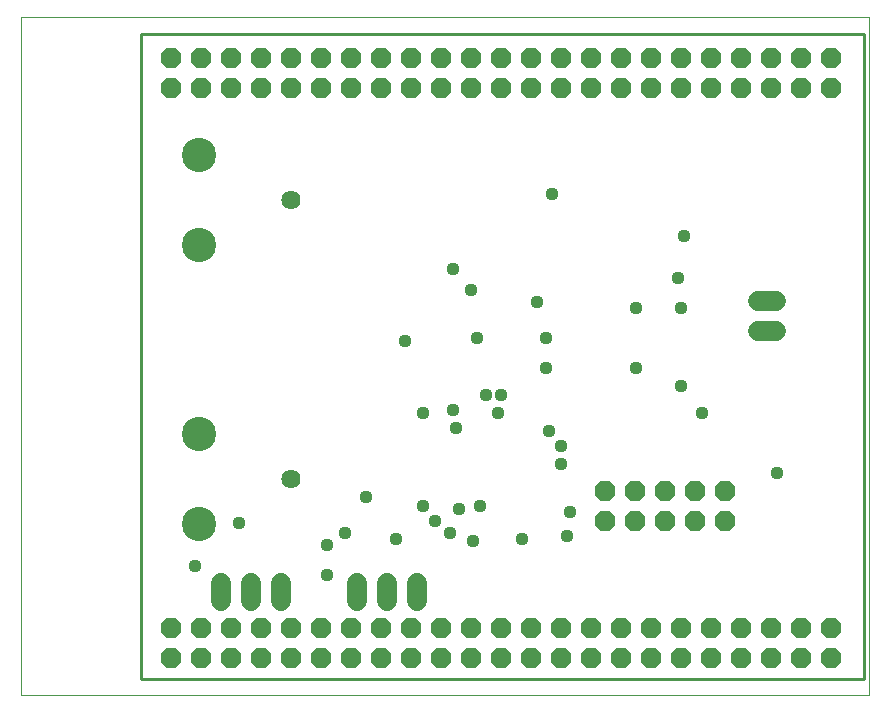
<source format=gbs>
G75*
%MOIN*%
%OFA0B0*%
%FSLAX25Y25*%
%IPPOS*%
%LPD*%
%AMOC8*
5,1,8,0,0,1.08239X$1,22.5*
%
%ADD10C,0.00000*%
%ADD11C,0.01000*%
%ADD12OC8,0.06800*%
%ADD13C,0.06800*%
%ADD14C,0.06400*%
%ADD15C,0.11450*%
%ADD16C,0.04400*%
D10*
X0001000Y0003300D02*
X0001000Y0229261D01*
X0283701Y0229261D01*
X0283701Y0003300D01*
X0001000Y0003300D01*
D11*
X0041000Y0008800D02*
X0041000Y0223800D01*
X0282000Y0223800D01*
X0282000Y0008800D01*
X0041000Y0008800D01*
D12*
X0051000Y0015800D03*
X0061000Y0015800D03*
X0071000Y0015800D03*
X0081000Y0015800D03*
X0091000Y0015800D03*
X0101000Y0015800D03*
X0111000Y0015800D03*
X0121000Y0015800D03*
X0131000Y0015800D03*
X0141000Y0015800D03*
X0151000Y0015800D03*
X0161000Y0015800D03*
X0171000Y0015800D03*
X0181000Y0015800D03*
X0191000Y0015800D03*
X0201000Y0015800D03*
X0211000Y0015800D03*
X0221000Y0015800D03*
X0231000Y0015800D03*
X0241000Y0015800D03*
X0251000Y0015800D03*
X0261000Y0015800D03*
X0271000Y0015800D03*
X0271000Y0025800D03*
X0261000Y0025800D03*
X0251000Y0025800D03*
X0241000Y0025800D03*
X0231000Y0025800D03*
X0221000Y0025800D03*
X0211000Y0025800D03*
X0201000Y0025800D03*
X0191000Y0025800D03*
X0181000Y0025800D03*
X0171000Y0025800D03*
X0161000Y0025800D03*
X0151000Y0025800D03*
X0141000Y0025800D03*
X0131000Y0025800D03*
X0121000Y0025800D03*
X0111000Y0025800D03*
X0101000Y0025800D03*
X0091000Y0025800D03*
X0081000Y0025800D03*
X0071000Y0025800D03*
X0061000Y0025800D03*
X0051000Y0025800D03*
X0195575Y0061371D03*
X0195575Y0071371D03*
X0205575Y0071371D03*
X0215575Y0071371D03*
X0225575Y0071371D03*
X0235575Y0071371D03*
X0235575Y0061371D03*
X0225575Y0061371D03*
X0215575Y0061371D03*
X0205575Y0061371D03*
X0201000Y0205800D03*
X0191000Y0205800D03*
X0191000Y0215800D03*
X0201000Y0215800D03*
X0211000Y0215800D03*
X0221000Y0215800D03*
X0231000Y0215800D03*
X0231000Y0205800D03*
X0221000Y0205800D03*
X0211000Y0205800D03*
X0241000Y0205800D03*
X0251000Y0205800D03*
X0251000Y0215800D03*
X0241000Y0215800D03*
X0261000Y0215800D03*
X0271000Y0215800D03*
X0271000Y0205800D03*
X0261000Y0205800D03*
X0181000Y0205800D03*
X0171000Y0205800D03*
X0161000Y0205800D03*
X0161000Y0215800D03*
X0171000Y0215800D03*
X0181000Y0215800D03*
X0151000Y0215800D03*
X0141000Y0215800D03*
X0141000Y0205800D03*
X0151000Y0205800D03*
X0131000Y0205800D03*
X0121000Y0205800D03*
X0121000Y0215800D03*
X0131000Y0215800D03*
X0111000Y0215800D03*
X0101000Y0215800D03*
X0091000Y0215800D03*
X0091000Y0205800D03*
X0101000Y0205800D03*
X0111000Y0205800D03*
X0081000Y0205800D03*
X0071000Y0205800D03*
X0071000Y0215800D03*
X0081000Y0215800D03*
X0061000Y0215800D03*
X0051000Y0215800D03*
X0051000Y0205800D03*
X0061000Y0205800D03*
D13*
X0246500Y0134800D02*
X0252500Y0134800D01*
X0252500Y0124800D02*
X0246500Y0124800D01*
X0133000Y0040800D02*
X0133000Y0034800D01*
X0123000Y0034800D02*
X0123000Y0040800D01*
X0113000Y0040800D02*
X0113000Y0034800D01*
X0087500Y0034800D02*
X0087500Y0040800D01*
X0077500Y0040800D02*
X0077500Y0034800D01*
X0067500Y0034800D02*
X0067500Y0040800D01*
D14*
X0091000Y0075300D03*
X0091000Y0168300D03*
D15*
X0060291Y0153339D03*
X0060291Y0183261D03*
X0060291Y0090261D03*
X0060291Y0060339D03*
D16*
X0073500Y0060800D03*
X0059000Y0046300D03*
X0103000Y0043300D03*
X0103000Y0053300D03*
X0109000Y0057300D03*
X0116000Y0069300D03*
X0126000Y0055300D03*
X0135000Y0066300D03*
X0139000Y0061300D03*
X0144000Y0057300D03*
X0151500Y0054800D03*
X0147000Y0065300D03*
X0154000Y0066300D03*
X0168000Y0055300D03*
X0183000Y0056300D03*
X0184000Y0064300D03*
X0181000Y0080300D03*
X0181000Y0086300D03*
X0177000Y0091300D03*
X0161000Y0103300D03*
X0156000Y0103300D03*
X0160000Y0097300D03*
X0146000Y0092300D03*
X0145000Y0098300D03*
X0135000Y0097300D03*
X0129000Y0121300D03*
X0153000Y0122300D03*
X0151000Y0138300D03*
X0145000Y0145300D03*
X0173000Y0134300D03*
X0176000Y0122300D03*
X0176000Y0112300D03*
X0206000Y0112300D03*
X0221000Y0106300D03*
X0228000Y0097300D03*
X0253000Y0077300D03*
X0221000Y0132300D03*
X0220000Y0142300D03*
X0206000Y0132300D03*
X0222000Y0156300D03*
X0178000Y0170300D03*
M02*

</source>
